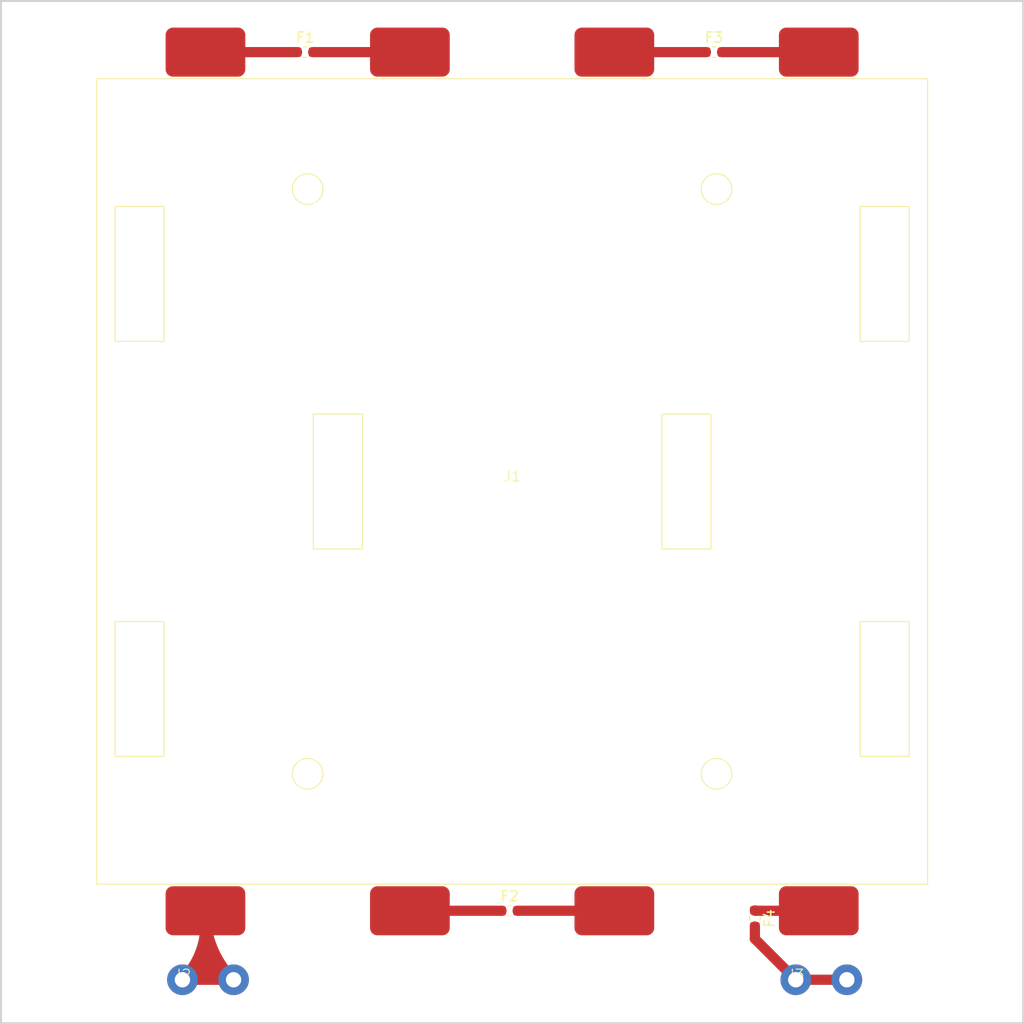
<source format=kicad_pcb>
(kicad_pcb (version 20241229) (generator "pcbnew") (generator_version "9.0")
  (layers (0 "F.Cu" signal) (2 "B.Cu" signal) (13 "F.Paste" user) (15 "B.Paste" user) (5 "F.SilkS" user "F.Silkscreen") (7 "B.SilkS" user "B.Silkscreen") (1 "F.Mask" user) (3 "B.Mask" user) (25 "Edge.Cuts" user))
  (net 0 "")
  (net 1 "Net-(J1-B1-)")
  (net 2 "B2-")
  (net 3 "B1+")
  (net 4 "B2+")
  (net 5 "B3-")
  (net 6 "B3+")
  (net 7 "B4-")
  (net 8 "B4+")
  (net 9 "B+")
  (footprint "Fuse:Fuse_0603_1608Metric" (layer "F.Cu") (at 149.25 51)
    (property "Reference" "F3" (at 0 -1.43 0) (layer "F.SilkS"))
    (property "Value" "Fuse")
    (fp_line (start -0.162779 -0.51) (end 0.162779 -0.51) (stroke (width 0.12)) (layer "F.SilkS"))
    (fp_line (start -0.162779 0.51) (end 0.162779 0.51) (stroke (width 0.12)) (layer "F.SilkS"))
    (pad "1" smd roundrect (at -0.7875 0) (size 0.875 0.95) (layers "F.Cu" "F.Mask" "F.Paste") (net 6 "B3+"))
    (pad "2" smd roundrect (at 0.7875 0) (size 0.875 0.95) (layers "F.Cu" "F.Mask" "F.Paste") (net 7 "B4-"))
  )
  (footprint "Fuse:Fuse_0603_1608Metric" (layer "F.Cu") (at 109.25 51)
    (property "Reference" "F1" (at 0 -1.43 0) (layer "F.SilkS"))
    (property "Value" "Fuse")
    (fp_line (start -0.162779 -0.51) (end 0.162779 -0.51) (stroke (width 0.12)) (layer "F.SilkS"))
    (fp_line (start -0.162779 0.51) (end 0.162779 0.51) (stroke (width 0.12)) (layer "F.SilkS"))
    (pad "1" smd roundrect (at -0.7875 0) (size 0.875 0.95) (layers "F.Cu" "F.Mask" "F.Paste") (net 3 "B1+"))
    (pad "2" smd roundrect (at 0.7875 0) (size 0.875 0.95) (layers "F.Cu" "F.Mask" "F.Paste") (net 2 "B2-"))
  )
  (footprint "Fuse:Fuse_0603_1608Metric" (layer "F.Cu") (at 153.25 135.75 -90)
    (property "Reference" "F4" (at 0 -1.43 90) (layer "F.SilkS"))
    (property "Value" "Fuse")
    (fp_line (start -0.162779 0.51) (end 0.162779 0.51) (stroke (width 0.12)) (layer "F.SilkS"))
    (fp_line (start -0.162779 -0.51) (end 0.162779 -0.51) (stroke (width 0.12)) (layer "F.SilkS"))
    (pad "1" smd roundrect (at -0.7875 0 270) (size 0.875 0.95) (layers "F.Cu" "F.Mask" "F.Paste") (net 8 "B4+"))
    (pad "2" smd roundrect (at 0.7875 0 270) (size 0.875 0.95) (layers "F.Cu" "F.Mask" "F.Paste") (net 9 "B+"))
  )
  (footprint "JK_footprints:Faston_C27636945" (layer "F.Cu") (at 157.25 141.75)
    (property "Reference" "J3" (at 0 -0.5 0) (layer "F.SilkS") (effects (font (thickness 0.1))))
    (property "Value" "Conn_01x01_Pin")
    (pad "1" thru_hole circle (at 0 0) (size 3 3) (drill 1.5) (layers "*.Cu" "*.Mask") (net 9 "B+"))
    (pad "1" thru_hole circle (at 5 0) (size 3 3) (drill 1.5) (layers "*.Cu" "*.Mask") (net 9 "B+"))
  )
  (footprint "Fuse:Fuse_0603_1608Metric" (layer "F.Cu") (at 129.25 135)
    (property "Reference" "F2" (at 0 -1.43 0) (layer "F.SilkS"))
    (property "Value" "Fuse")
    (fp_line (start -0.162779 -0.51) (end 0.162779 -0.51) (stroke (width 0.12)) (layer "F.SilkS"))
    (fp_line (start -0.162779 0.51) (end 0.162779 0.51) (stroke (width 0.12)) (layer "F.SilkS"))
    (pad "1" smd roundrect (at -0.7875 0) (size 0.875 0.95) (layers "F.Cu" "F.Mask" "F.Paste") (net 4 "B2+"))
    (pad "2" smd roundrect (at 0.7875 0) (size 0.875 0.95) (layers "F.Cu" "F.Mask" "F.Paste") (net 5 "B3-"))
  )
  (footprint "JK_footprints:Faston_C27636945" (layer "F.Cu") (at 97.25 141.75)
    (property "Reference" "J2" (at 0 -0.5 0) (layer "F.SilkS") (effects (font (thickness 0.1))))
    (property "Value" "Conn_01x01_Pin")
    (pad "1" thru_hole circle (at 0 0) (size 3 3) (drill 1.5) (layers "*.Cu" "*.Mask") (net 1 "Net-(J1-B1-)"))
    (pad "1" thru_hole circle (at 5 0) (size 3 3) (drill 1.5) (layers "*.Cu" "*.Mask") (net 1 "Net-(J1-B1-)"))
  )
  (footprint "JK_footprints:4xCellHolder_18650" (layer "F.Cu") (at 129.5 93)
    (property "Reference" "J1" (at 0 -0.5 0) (layer "F.SilkS") (effects (font (thickness 0.1))))
    (property "Value" "~")
    (fp_rect (start -40.65 -39.4) (end 40.65 39.4) (stroke (width 0.1)) (fill no) (layer "F.SilkS"))
    (fp_rect (start -38.85 -26.9) (end -34.05 -13.7) (stroke (width 0.1)) (fill no) (layer "F.SilkS"))
    (fp_rect (start -38.85 13.7) (end -34.05 26.9) (stroke (width 0.1)) (fill no) (layer "F.SilkS"))
    (fp_rect (start -19.45 -6.6) (end -14.65 6.6) (stroke (width 0.1)) (fill no) (layer "F.SilkS"))
    (fp_rect (start 14.65 -6.6) (end 19.45 6.6) (stroke (width 0.1)) (fill no) (layer "F.SilkS"))
    (fp_rect (start 34.05 -26.9) (end 38.85 -13.7) (stroke (width 0.1)) (fill no) (layer "F.SilkS"))
    (fp_rect (start 34.05 13.7) (end 38.85 26.9) (stroke (width 0.1)) (fill no) (layer "F.SilkS"))
    (fp_circle (center -20 -28.6) (end -18.5 -28.6) (stroke (width 0.1)) (fill no) (layer "F.SilkS"))
    (fp_circle (center -20 28.6) (end -18.5 28.6) (stroke (width 0.1)) (fill no) (layer "F.SilkS"))
    (fp_circle (center 20 -28.6) (end 21.5 -28.6) (stroke (width 0.1)) (fill no) (layer "F.SilkS"))
    (fp_circle (center 20 28.6) (end 21.5 28.6) (stroke (width 0.1)) (fill no) (layer "F.SilkS"))
    (pad "1" smd roundrect (at -30 -42) (size 7.8 4.8) (layers "F.Cu" "F.Mask") (roundrect_rratio 0.15) (net 3 "B1+"))
    (pad "2" smd roundrect (at -10 -42) (size 7.8 4.8) (layers "F.Cu" "F.Mask") (roundrect_rratio 0.15) (net 2 "B2-"))
    (pad "3" smd roundrect (at 10 -42) (size 7.8 4.8) (layers "F.Cu" "F.Mask") (roundrect_rratio 0.15) (net 6 "B3+"))
    (pad "4" smd roundrect (at 30 -42) (size 7.8 4.8) (layers "F.Cu" "F.Mask") (roundrect_rratio 0.15) (net 7 "B4-"))
    (pad "5" smd roundrect (at -30 42) (size 7.8 4.8) (layers "F.Cu" "F.Mask") (roundrect_rratio 0.15) (net 1 "Net-(J1-B1-)"))
    (pad "6" smd roundrect (at -10 42) (size 7.8 4.8) (layers "F.Cu" "F.Mask") (roundrect_rratio 0.15) (net 4 "B2+"))
    (pad "7" smd roundrect (at 10 42) (size 7.8 4.8) (layers "F.Cu" "F.Mask") (roundrect_rratio 0.15) (net 5 "B3-"))
    (pad "8" smd roundrect (at 30 42) (size 7.8 4.8) (layers "F.Cu" "F.Mask") (roundrect_rratio 0.15) (net 8 "B4+"))
  )
  (gr_poly (pts (xy 99.75 138.25) (xy 98.25 141.75) (xy 101.5 141.75)) (stroke (width 0.2)) (fill yes) (layer "F.Cu") (net 1))
  (gr_rect (start 79.5 46) (end 179.5 146) (stroke (width 0.2)) (fill no) (layer "Edge.Cuts"))
  (segment (start 99.5 136.318019) (end 99.5 135) (width 1) (layer "F.Cu") (net 1))
  (segment (start 97.25 141.75) (end 102.25 141.75) (width 1) (layer "F.Cu") (net 1))
  (segment (start 99.5 135.110913) (end 99.5 135) (width 1) (layer "F.Cu") (net 1))
  (arc (start 97.25 141.75) (mid 98.915244 139.257786) (end 99.5 136.318019) (width 1) (layer "F.Cu") (net 1))
  (arc (start 102.25 141.75) (mid 100.214701 138.703961) (end 99.5 135.110913) (width 1) (layer "F.Cu") (net 1))
  (segment (start 110.0375 51) (end 119.5 51) (width 1) (layer "F.Cu") (net 2))
  (segment (start 99.5 51) (end 108.4625 51) (width 1) (layer "F.Cu") (net 3))
  (segment (start 119.5 135) (end 128.4625 135) (width 1) (layer "F.Cu") (net 4))
  (segment (start 130.0375 135) (end 139.5 135) (width 1) (layer "F.Cu") (net 5))
  (segment (start 139.5 51) (end 148.4625 51) (width 1) (layer "F.Cu") (net 6))
  (segment (start 150.0375 51) (end 159.5 51) (width 1) (layer "F.Cu") (net 7))
  (segment (start 159.5 135) (end 153.2875 135) (width 1) (layer "F.Cu") (net 8))
  (segment (start 153.2875 135) (end 153.25 134.9625) (width 1) (layer "F.Cu") (net 8))
  (segment (start 153.25 136.5375) (end 153.25 137.75) (width 1) (layer "F.Cu") (net 9))
  (segment (start 153.25 137.75) (end 157.25 141.75) (width 1) (layer "F.Cu") (net 9))
  (segment (start 157.25 141.75) (end 162.25 141.75) (width 1) (layer "F.Cu") (net 9))
)
</source>
